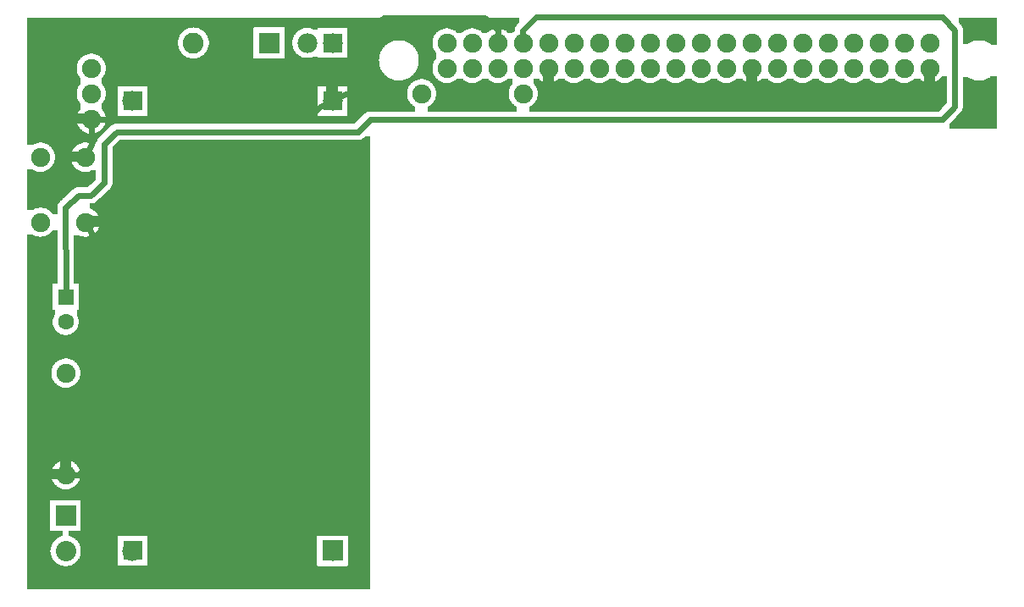
<source format=gtl>
G04 MADE WITH FRITZING*
G04 WWW.FRITZING.ORG*
G04 DOUBLE SIDED*
G04 HOLES PLATED*
G04 CONTOUR ON CENTER OF CONTOUR VECTOR*
%ASAXBY*%
%FSLAX23Y23*%
%MOIN*%
%OFA0B0*%
%SFA1.0B1.0*%
%ADD10C,0.075000*%
%ADD11C,0.074667*%
%ADD12C,0.074695*%
%ADD13C,0.062992*%
%ADD14C,0.082000*%
%ADD15C,0.078000*%
%ADD16C,0.080000*%
%ADD17R,0.062992X0.062992*%
%ADD18R,0.082000X0.082000*%
%ADD19R,0.078000X0.078000*%
%ADD20R,0.080000X0.080000*%
%ADD21C,0.024000*%
%LNCOPPER1*%
G90*
G70*
G54D10*
X3772Y1969D03*
X2098Y1972D03*
X120Y2190D03*
X423Y1744D03*
G54D11*
X1691Y2085D03*
X1791Y2085D03*
X1891Y2085D03*
X1991Y2085D03*
G54D12*
X2091Y2085D03*
G54D11*
X2191Y2085D03*
X2291Y2085D03*
X2391Y2085D03*
X2491Y2085D03*
G54D12*
X2591Y2085D03*
G54D11*
X2691Y2085D03*
G54D12*
X2791Y2085D03*
G54D11*
X2891Y2085D03*
X2991Y2085D03*
X3091Y2085D03*
X3191Y2085D03*
G54D12*
X3291Y2085D03*
G54D11*
X3391Y2085D03*
X3491Y2085D03*
X3591Y2085D03*
X3591Y2185D03*
X3491Y2185D03*
X3391Y2185D03*
G54D12*
X3291Y2185D03*
G54D11*
X3191Y2185D03*
X3091Y2185D03*
X2991Y2185D03*
X2891Y2185D03*
G54D12*
X2791Y2185D03*
G54D11*
X2691Y2185D03*
G54D12*
X2591Y2185D03*
G54D11*
X2491Y2185D03*
X2391Y2185D03*
X2291Y2185D03*
X2191Y2185D03*
G54D12*
X2091Y2185D03*
G54D11*
X1991Y2185D03*
X1891Y2185D03*
X1791Y2185D03*
X1691Y2185D03*
G54D10*
X291Y2085D03*
X291Y1985D03*
X291Y1885D03*
X1991Y1985D03*
X1591Y1985D03*
X91Y1479D03*
X91Y1735D03*
X268Y1479D03*
X268Y1735D03*
G54D13*
X191Y1185D03*
X191Y1086D03*
G54D10*
X191Y885D03*
X191Y485D03*
G54D14*
X991Y2185D03*
X693Y2185D03*
G54D15*
X1241Y2185D03*
X1141Y2185D03*
G54D16*
X191Y323D03*
X191Y185D03*
G54D15*
X453Y185D03*
X1241Y185D03*
X453Y1957D03*
X1241Y1957D03*
G54D17*
X191Y1185D03*
G54D18*
X992Y2185D03*
G54D19*
X1241Y2185D03*
G54D20*
X191Y323D03*
X1241Y186D03*
G54D19*
X454Y186D03*
X454Y1957D03*
X1241Y1957D03*
G54D21*
X3690Y2234D02*
X3641Y2286D01*
D02*
X3690Y1935D02*
X3690Y2234D01*
D02*
X3641Y1884D02*
X3690Y1935D01*
D02*
X3641Y2286D02*
X2042Y2286D01*
D02*
X2042Y2286D02*
X1990Y2234D01*
D02*
X1990Y2234D02*
X1990Y2217D01*
D02*
X242Y1585D02*
X290Y1585D01*
D02*
X290Y1585D02*
X342Y1634D01*
D02*
X342Y1786D02*
X391Y1835D01*
D02*
X1390Y1884D02*
X3641Y1884D01*
D02*
X342Y1634D02*
X342Y1786D01*
D02*
X1341Y1835D02*
X1390Y1884D01*
D02*
X190Y1536D02*
X242Y1585D01*
D02*
X191Y1212D02*
X190Y1536D01*
D02*
X391Y1835D02*
X1341Y1835D01*
D02*
X291Y1785D02*
X280Y1761D01*
D02*
X291Y1856D02*
X291Y1785D01*
D02*
X291Y537D02*
X291Y1437D01*
D02*
X291Y1437D02*
X282Y1454D01*
D02*
X239Y485D02*
X291Y537D01*
D02*
X219Y485D02*
X239Y485D01*
D02*
X1391Y2035D02*
X1341Y1985D01*
D02*
X1341Y1985D02*
X1291Y1985D01*
D02*
X1391Y2237D02*
X1391Y2035D01*
D02*
X1443Y2285D02*
X1391Y2237D01*
D02*
X1291Y1985D02*
X1267Y1971D01*
D02*
X1839Y2285D02*
X1443Y2285D01*
D02*
X1891Y2237D02*
X1839Y2285D01*
D02*
X1891Y2217D02*
X1891Y2237D01*
D02*
X1139Y1885D02*
X319Y1885D01*
D02*
X1191Y1933D02*
X1139Y1885D01*
D02*
X1214Y1944D02*
X1191Y1933D01*
G36*
X3706Y2283D02*
X3706Y2263D01*
X3708Y2263D01*
X3708Y2261D01*
X3710Y2261D01*
X3710Y2259D01*
X3712Y2259D01*
X3712Y2257D01*
X3714Y2257D01*
X3714Y2255D01*
X3716Y2255D01*
X3716Y2251D01*
X3718Y2251D01*
X3718Y2247D01*
X3720Y2247D01*
X3720Y2243D01*
X3722Y2243D01*
X3722Y2195D01*
X3800Y2195D01*
X3800Y2193D01*
X3808Y2193D01*
X3808Y2191D01*
X3814Y2191D01*
X3814Y2189D01*
X3818Y2189D01*
X3818Y2187D01*
X3822Y2187D01*
X3822Y2185D01*
X3826Y2185D01*
X3826Y2183D01*
X3830Y2183D01*
X3830Y2181D01*
X3832Y2181D01*
X3832Y2179D01*
X3834Y2179D01*
X3834Y2177D01*
X3854Y2177D01*
X3854Y2283D01*
X3706Y2283D01*
G37*
D02*
G36*
X3722Y2195D02*
X3722Y2181D01*
X3742Y2181D01*
X3742Y2183D01*
X3744Y2183D01*
X3744Y2185D01*
X3748Y2185D01*
X3748Y2187D01*
X3752Y2187D01*
X3752Y2189D01*
X3756Y2189D01*
X3756Y2191D01*
X3762Y2191D01*
X3762Y2193D01*
X3770Y2193D01*
X3770Y2195D01*
X3722Y2195D01*
G37*
D02*
G36*
X3834Y2055D02*
X3834Y2053D01*
X3830Y2053D01*
X3830Y2051D01*
X3828Y2051D01*
X3828Y2049D01*
X3824Y2049D01*
X3824Y2047D01*
X3820Y2047D01*
X3820Y2045D01*
X3816Y2045D01*
X3816Y2043D01*
X3812Y2043D01*
X3812Y2041D01*
X3804Y2041D01*
X3804Y2039D01*
X3794Y2039D01*
X3794Y2037D01*
X3854Y2037D01*
X3854Y2055D01*
X3834Y2055D01*
G37*
D02*
G36*
X3722Y2051D02*
X3722Y2037D01*
X3778Y2037D01*
X3778Y2039D01*
X3766Y2039D01*
X3766Y2041D01*
X3760Y2041D01*
X3760Y2043D01*
X3754Y2043D01*
X3754Y2045D01*
X3750Y2045D01*
X3750Y2047D01*
X3746Y2047D01*
X3746Y2049D01*
X3742Y2049D01*
X3742Y2051D01*
X3722Y2051D01*
G37*
D02*
G36*
X3722Y2037D02*
X3722Y2035D01*
X3854Y2035D01*
X3854Y2037D01*
X3722Y2037D01*
G37*
D02*
G36*
X3722Y2037D02*
X3722Y2035D01*
X3854Y2035D01*
X3854Y2037D01*
X3722Y2037D01*
G37*
D02*
G36*
X3722Y2035D02*
X3722Y1927D01*
X3720Y1927D01*
X3720Y1923D01*
X3718Y1923D01*
X3718Y1919D01*
X3716Y1919D01*
X3716Y1915D01*
X3714Y1915D01*
X3714Y1913D01*
X3712Y1913D01*
X3712Y1911D01*
X3710Y1911D01*
X3710Y1909D01*
X3708Y1909D01*
X3708Y1907D01*
X3706Y1907D01*
X3706Y1905D01*
X3704Y1905D01*
X3704Y1903D01*
X3702Y1903D01*
X3702Y1901D01*
X3700Y1901D01*
X3700Y1899D01*
X3698Y1899D01*
X3698Y1897D01*
X3696Y1897D01*
X3696Y1895D01*
X3694Y1895D01*
X3694Y1891D01*
X3692Y1891D01*
X3692Y1889D01*
X3690Y1889D01*
X3690Y1887D01*
X3688Y1887D01*
X3688Y1885D01*
X3686Y1885D01*
X3686Y1883D01*
X3684Y1883D01*
X3684Y1881D01*
X3682Y1881D01*
X3682Y1879D01*
X3680Y1879D01*
X3680Y1877D01*
X3678Y1877D01*
X3678Y1875D01*
X3676Y1875D01*
X3676Y1873D01*
X3674Y1873D01*
X3674Y1871D01*
X3672Y1871D01*
X3672Y1869D01*
X3670Y1869D01*
X3670Y1849D01*
X3854Y1849D01*
X3854Y2035D01*
X3722Y2035D01*
G37*
D02*
G36*
X3638Y2055D02*
X3638Y2051D01*
X3636Y2051D01*
X3636Y2049D01*
X3634Y2049D01*
X3634Y2047D01*
X3632Y2047D01*
X3632Y2045D01*
X3630Y2045D01*
X3630Y2043D01*
X3628Y2043D01*
X3628Y2041D01*
X3626Y2041D01*
X3626Y2039D01*
X3624Y2039D01*
X3624Y2037D01*
X3620Y2037D01*
X3620Y2035D01*
X3616Y2035D01*
X3616Y2033D01*
X3612Y2033D01*
X3612Y2031D01*
X3606Y2031D01*
X3606Y2029D01*
X3594Y2029D01*
X3594Y2027D01*
X3658Y2027D01*
X3658Y2055D01*
X3638Y2055D01*
G37*
D02*
G36*
X2130Y2045D02*
X2130Y2043D01*
X2128Y2043D01*
X2128Y2041D01*
X2126Y2041D01*
X2126Y2039D01*
X2124Y2039D01*
X2124Y2037D01*
X2120Y2037D01*
X2120Y2035D01*
X2116Y2035D01*
X2116Y2033D01*
X2112Y2033D01*
X2112Y2031D01*
X2106Y2031D01*
X2106Y2029D01*
X2094Y2029D01*
X2094Y2027D01*
X2188Y2027D01*
X2188Y2029D01*
X2176Y2029D01*
X2176Y2031D01*
X2170Y2031D01*
X2170Y2033D01*
X2164Y2033D01*
X2164Y2035D01*
X2162Y2035D01*
X2162Y2037D01*
X2158Y2037D01*
X2158Y2039D01*
X2156Y2039D01*
X2156Y2041D01*
X2154Y2041D01*
X2154Y2043D01*
X2150Y2043D01*
X2150Y2045D01*
X2130Y2045D01*
G37*
D02*
G36*
X2230Y2045D02*
X2230Y2043D01*
X2228Y2043D01*
X2228Y2041D01*
X2226Y2041D01*
X2226Y2039D01*
X2224Y2039D01*
X2224Y2037D01*
X2220Y2037D01*
X2220Y2035D01*
X2216Y2035D01*
X2216Y2033D01*
X2212Y2033D01*
X2212Y2031D01*
X2206Y2031D01*
X2206Y2029D01*
X2194Y2029D01*
X2194Y2027D01*
X2288Y2027D01*
X2288Y2029D01*
X2276Y2029D01*
X2276Y2031D01*
X2270Y2031D01*
X2270Y2033D01*
X2264Y2033D01*
X2264Y2035D01*
X2262Y2035D01*
X2262Y2037D01*
X2258Y2037D01*
X2258Y2039D01*
X2256Y2039D01*
X2256Y2041D01*
X2254Y2041D01*
X2254Y2043D01*
X2250Y2043D01*
X2250Y2045D01*
X2230Y2045D01*
G37*
D02*
G36*
X2330Y2045D02*
X2330Y2043D01*
X2328Y2043D01*
X2328Y2041D01*
X2326Y2041D01*
X2326Y2039D01*
X2324Y2039D01*
X2324Y2037D01*
X2320Y2037D01*
X2320Y2035D01*
X2316Y2035D01*
X2316Y2033D01*
X2312Y2033D01*
X2312Y2031D01*
X2306Y2031D01*
X2306Y2029D01*
X2294Y2029D01*
X2294Y2027D01*
X2388Y2027D01*
X2388Y2029D01*
X2376Y2029D01*
X2376Y2031D01*
X2370Y2031D01*
X2370Y2033D01*
X2364Y2033D01*
X2364Y2035D01*
X2362Y2035D01*
X2362Y2037D01*
X2358Y2037D01*
X2358Y2039D01*
X2356Y2039D01*
X2356Y2041D01*
X2354Y2041D01*
X2354Y2043D01*
X2350Y2043D01*
X2350Y2045D01*
X2330Y2045D01*
G37*
D02*
G36*
X2430Y2045D02*
X2430Y2043D01*
X2428Y2043D01*
X2428Y2041D01*
X2426Y2041D01*
X2426Y2039D01*
X2424Y2039D01*
X2424Y2037D01*
X2420Y2037D01*
X2420Y2035D01*
X2416Y2035D01*
X2416Y2033D01*
X2412Y2033D01*
X2412Y2031D01*
X2406Y2031D01*
X2406Y2029D01*
X2394Y2029D01*
X2394Y2027D01*
X2488Y2027D01*
X2488Y2029D01*
X2476Y2029D01*
X2476Y2031D01*
X2470Y2031D01*
X2470Y2033D01*
X2464Y2033D01*
X2464Y2035D01*
X2462Y2035D01*
X2462Y2037D01*
X2458Y2037D01*
X2458Y2039D01*
X2456Y2039D01*
X2456Y2041D01*
X2454Y2041D01*
X2454Y2043D01*
X2450Y2043D01*
X2450Y2045D01*
X2430Y2045D01*
G37*
D02*
G36*
X2530Y2045D02*
X2530Y2043D01*
X2528Y2043D01*
X2528Y2041D01*
X2526Y2041D01*
X2526Y2039D01*
X2524Y2039D01*
X2524Y2037D01*
X2520Y2037D01*
X2520Y2035D01*
X2516Y2035D01*
X2516Y2033D01*
X2512Y2033D01*
X2512Y2031D01*
X2506Y2031D01*
X2506Y2029D01*
X2494Y2029D01*
X2494Y2027D01*
X2586Y2027D01*
X2586Y2029D01*
X2576Y2029D01*
X2576Y2031D01*
X2570Y2031D01*
X2570Y2033D01*
X2564Y2033D01*
X2564Y2035D01*
X2562Y2035D01*
X2562Y2037D01*
X2558Y2037D01*
X2558Y2039D01*
X2556Y2039D01*
X2556Y2041D01*
X2554Y2041D01*
X2554Y2043D01*
X2550Y2043D01*
X2550Y2045D01*
X2530Y2045D01*
G37*
D02*
G36*
X2630Y2045D02*
X2630Y2043D01*
X2628Y2043D01*
X2628Y2041D01*
X2626Y2041D01*
X2626Y2039D01*
X2624Y2039D01*
X2624Y2037D01*
X2620Y2037D01*
X2620Y2035D01*
X2616Y2035D01*
X2616Y2033D01*
X2612Y2033D01*
X2612Y2031D01*
X2606Y2031D01*
X2606Y2029D01*
X2594Y2029D01*
X2594Y2027D01*
X2688Y2027D01*
X2688Y2029D01*
X2676Y2029D01*
X2676Y2031D01*
X2670Y2031D01*
X2670Y2033D01*
X2664Y2033D01*
X2664Y2035D01*
X2662Y2035D01*
X2662Y2037D01*
X2658Y2037D01*
X2658Y2039D01*
X2656Y2039D01*
X2656Y2041D01*
X2654Y2041D01*
X2654Y2043D01*
X2650Y2043D01*
X2650Y2045D01*
X2630Y2045D01*
G37*
D02*
G36*
X2730Y2045D02*
X2730Y2043D01*
X2728Y2043D01*
X2728Y2041D01*
X2726Y2041D01*
X2726Y2039D01*
X2724Y2039D01*
X2724Y2037D01*
X2720Y2037D01*
X2720Y2035D01*
X2716Y2035D01*
X2716Y2033D01*
X2712Y2033D01*
X2712Y2031D01*
X2706Y2031D01*
X2706Y2029D01*
X2694Y2029D01*
X2694Y2027D01*
X2786Y2027D01*
X2786Y2029D01*
X2776Y2029D01*
X2776Y2031D01*
X2770Y2031D01*
X2770Y2033D01*
X2764Y2033D01*
X2764Y2035D01*
X2762Y2035D01*
X2762Y2037D01*
X2758Y2037D01*
X2758Y2039D01*
X2756Y2039D01*
X2756Y2041D01*
X2754Y2041D01*
X2754Y2043D01*
X2750Y2043D01*
X2750Y2045D01*
X2730Y2045D01*
G37*
D02*
G36*
X2830Y2045D02*
X2830Y2043D01*
X2828Y2043D01*
X2828Y2041D01*
X2826Y2041D01*
X2826Y2039D01*
X2824Y2039D01*
X2824Y2037D01*
X2820Y2037D01*
X2820Y2035D01*
X2816Y2035D01*
X2816Y2033D01*
X2812Y2033D01*
X2812Y2031D01*
X2806Y2031D01*
X2806Y2029D01*
X2794Y2029D01*
X2794Y2027D01*
X2888Y2027D01*
X2888Y2029D01*
X2876Y2029D01*
X2876Y2031D01*
X2870Y2031D01*
X2870Y2033D01*
X2864Y2033D01*
X2864Y2035D01*
X2862Y2035D01*
X2862Y2037D01*
X2858Y2037D01*
X2858Y2039D01*
X2856Y2039D01*
X2856Y2041D01*
X2854Y2041D01*
X2854Y2043D01*
X2850Y2043D01*
X2850Y2045D01*
X2830Y2045D01*
G37*
D02*
G36*
X2930Y2045D02*
X2930Y2043D01*
X2928Y2043D01*
X2928Y2041D01*
X2926Y2041D01*
X2926Y2039D01*
X2924Y2039D01*
X2924Y2037D01*
X2920Y2037D01*
X2920Y2035D01*
X2916Y2035D01*
X2916Y2033D01*
X2912Y2033D01*
X2912Y2031D01*
X2906Y2031D01*
X2906Y2029D01*
X2894Y2029D01*
X2894Y2027D01*
X2988Y2027D01*
X2988Y2029D01*
X2976Y2029D01*
X2976Y2031D01*
X2970Y2031D01*
X2970Y2033D01*
X2964Y2033D01*
X2964Y2035D01*
X2962Y2035D01*
X2962Y2037D01*
X2958Y2037D01*
X2958Y2039D01*
X2956Y2039D01*
X2956Y2041D01*
X2954Y2041D01*
X2954Y2043D01*
X2950Y2043D01*
X2950Y2045D01*
X2930Y2045D01*
G37*
D02*
G36*
X3030Y2045D02*
X3030Y2043D01*
X3028Y2043D01*
X3028Y2041D01*
X3026Y2041D01*
X3026Y2039D01*
X3024Y2039D01*
X3024Y2037D01*
X3020Y2037D01*
X3020Y2035D01*
X3016Y2035D01*
X3016Y2033D01*
X3012Y2033D01*
X3012Y2031D01*
X3006Y2031D01*
X3006Y2029D01*
X2994Y2029D01*
X2994Y2027D01*
X3088Y2027D01*
X3088Y2029D01*
X3076Y2029D01*
X3076Y2031D01*
X3070Y2031D01*
X3070Y2033D01*
X3066Y2033D01*
X3066Y2035D01*
X3062Y2035D01*
X3062Y2037D01*
X3058Y2037D01*
X3058Y2039D01*
X3056Y2039D01*
X3056Y2041D01*
X3054Y2041D01*
X3054Y2043D01*
X3050Y2043D01*
X3050Y2045D01*
X3030Y2045D01*
G37*
D02*
G36*
X3130Y2045D02*
X3130Y2043D01*
X3128Y2043D01*
X3128Y2041D01*
X3126Y2041D01*
X3126Y2039D01*
X3124Y2039D01*
X3124Y2037D01*
X3120Y2037D01*
X3120Y2035D01*
X3116Y2035D01*
X3116Y2033D01*
X3112Y2033D01*
X3112Y2031D01*
X3106Y2031D01*
X3106Y2029D01*
X3094Y2029D01*
X3094Y2027D01*
X3188Y2027D01*
X3188Y2029D01*
X3176Y2029D01*
X3176Y2031D01*
X3170Y2031D01*
X3170Y2033D01*
X3164Y2033D01*
X3164Y2035D01*
X3162Y2035D01*
X3162Y2037D01*
X3158Y2037D01*
X3158Y2039D01*
X3156Y2039D01*
X3156Y2041D01*
X3154Y2041D01*
X3154Y2043D01*
X3150Y2043D01*
X3150Y2045D01*
X3130Y2045D01*
G37*
D02*
G36*
X3230Y2045D02*
X3230Y2043D01*
X3228Y2043D01*
X3228Y2041D01*
X3226Y2041D01*
X3226Y2039D01*
X3224Y2039D01*
X3224Y2037D01*
X3220Y2037D01*
X3220Y2035D01*
X3216Y2035D01*
X3216Y2033D01*
X3212Y2033D01*
X3212Y2031D01*
X3206Y2031D01*
X3206Y2029D01*
X3194Y2029D01*
X3194Y2027D01*
X3286Y2027D01*
X3286Y2029D01*
X3276Y2029D01*
X3276Y2031D01*
X3270Y2031D01*
X3270Y2033D01*
X3264Y2033D01*
X3264Y2035D01*
X3262Y2035D01*
X3262Y2037D01*
X3258Y2037D01*
X3258Y2039D01*
X3256Y2039D01*
X3256Y2041D01*
X3254Y2041D01*
X3254Y2043D01*
X3250Y2043D01*
X3250Y2045D01*
X3230Y2045D01*
G37*
D02*
G36*
X3330Y2045D02*
X3330Y2043D01*
X3328Y2043D01*
X3328Y2041D01*
X3326Y2041D01*
X3326Y2039D01*
X3324Y2039D01*
X3324Y2037D01*
X3320Y2037D01*
X3320Y2035D01*
X3316Y2035D01*
X3316Y2033D01*
X3312Y2033D01*
X3312Y2031D01*
X3306Y2031D01*
X3306Y2029D01*
X3294Y2029D01*
X3294Y2027D01*
X3388Y2027D01*
X3388Y2029D01*
X3376Y2029D01*
X3376Y2031D01*
X3370Y2031D01*
X3370Y2033D01*
X3364Y2033D01*
X3364Y2035D01*
X3362Y2035D01*
X3362Y2037D01*
X3358Y2037D01*
X3358Y2039D01*
X3356Y2039D01*
X3356Y2041D01*
X3354Y2041D01*
X3354Y2043D01*
X3350Y2043D01*
X3350Y2045D01*
X3330Y2045D01*
G37*
D02*
G36*
X3430Y2045D02*
X3430Y2043D01*
X3428Y2043D01*
X3428Y2041D01*
X3426Y2041D01*
X3426Y2039D01*
X3424Y2039D01*
X3424Y2037D01*
X3420Y2037D01*
X3420Y2035D01*
X3416Y2035D01*
X3416Y2033D01*
X3412Y2033D01*
X3412Y2031D01*
X3406Y2031D01*
X3406Y2029D01*
X3394Y2029D01*
X3394Y2027D01*
X3488Y2027D01*
X3488Y2029D01*
X3476Y2029D01*
X3476Y2031D01*
X3470Y2031D01*
X3470Y2033D01*
X3464Y2033D01*
X3464Y2035D01*
X3462Y2035D01*
X3462Y2037D01*
X3458Y2037D01*
X3458Y2039D01*
X3456Y2039D01*
X3456Y2041D01*
X3454Y2041D01*
X3454Y2043D01*
X3450Y2043D01*
X3450Y2045D01*
X3430Y2045D01*
G37*
D02*
G36*
X3530Y2045D02*
X3530Y2043D01*
X3528Y2043D01*
X3528Y2041D01*
X3526Y2041D01*
X3526Y2039D01*
X3524Y2039D01*
X3524Y2037D01*
X3520Y2037D01*
X3520Y2035D01*
X3516Y2035D01*
X3516Y2033D01*
X3512Y2033D01*
X3512Y2031D01*
X3506Y2031D01*
X3506Y2029D01*
X3494Y2029D01*
X3494Y2027D01*
X3588Y2027D01*
X3588Y2029D01*
X3576Y2029D01*
X3576Y2031D01*
X3570Y2031D01*
X3570Y2033D01*
X3566Y2033D01*
X3566Y2035D01*
X3562Y2035D01*
X3562Y2037D01*
X3558Y2037D01*
X3558Y2039D01*
X3556Y2039D01*
X3556Y2041D01*
X3554Y2041D01*
X3554Y2043D01*
X3550Y2043D01*
X3550Y2045D01*
X3530Y2045D01*
G37*
D02*
G36*
X2032Y2043D02*
X2032Y2027D01*
X2086Y2027D01*
X2086Y2029D01*
X2076Y2029D01*
X2076Y2031D01*
X2070Y2031D01*
X2070Y2033D01*
X2064Y2033D01*
X2064Y2035D01*
X2062Y2035D01*
X2062Y2037D01*
X2058Y2037D01*
X2058Y2039D01*
X2056Y2039D01*
X2056Y2041D01*
X2054Y2041D01*
X2054Y2043D01*
X2032Y2043D01*
G37*
D02*
G36*
X2032Y2027D02*
X2032Y2025D01*
X3658Y2025D01*
X3658Y2027D01*
X2032Y2027D01*
G37*
D02*
G36*
X2032Y2027D02*
X2032Y2025D01*
X3658Y2025D01*
X3658Y2027D01*
X2032Y2027D01*
G37*
D02*
G36*
X2032Y2027D02*
X2032Y2025D01*
X3658Y2025D01*
X3658Y2027D01*
X2032Y2027D01*
G37*
D02*
G36*
X2032Y2027D02*
X2032Y2025D01*
X3658Y2025D01*
X3658Y2027D01*
X2032Y2027D01*
G37*
D02*
G36*
X2032Y2027D02*
X2032Y2025D01*
X3658Y2025D01*
X3658Y2027D01*
X2032Y2027D01*
G37*
D02*
G36*
X2032Y2027D02*
X2032Y2025D01*
X3658Y2025D01*
X3658Y2027D01*
X2032Y2027D01*
G37*
D02*
G36*
X2032Y2027D02*
X2032Y2025D01*
X3658Y2025D01*
X3658Y2027D01*
X2032Y2027D01*
G37*
D02*
G36*
X2032Y2027D02*
X2032Y2025D01*
X3658Y2025D01*
X3658Y2027D01*
X2032Y2027D01*
G37*
D02*
G36*
X2032Y2027D02*
X2032Y2025D01*
X3658Y2025D01*
X3658Y2027D01*
X2032Y2027D01*
G37*
D02*
G36*
X2032Y2027D02*
X2032Y2025D01*
X3658Y2025D01*
X3658Y2027D01*
X2032Y2027D01*
G37*
D02*
G36*
X2032Y2027D02*
X2032Y2025D01*
X3658Y2025D01*
X3658Y2027D01*
X2032Y2027D01*
G37*
D02*
G36*
X2032Y2027D02*
X2032Y2025D01*
X3658Y2025D01*
X3658Y2027D01*
X2032Y2027D01*
G37*
D02*
G36*
X2032Y2027D02*
X2032Y2025D01*
X3658Y2025D01*
X3658Y2027D01*
X2032Y2027D01*
G37*
D02*
G36*
X2032Y2027D02*
X2032Y2025D01*
X3658Y2025D01*
X3658Y2027D01*
X2032Y2027D01*
G37*
D02*
G36*
X2032Y2027D02*
X2032Y2025D01*
X3658Y2025D01*
X3658Y2027D01*
X2032Y2027D01*
G37*
D02*
G36*
X2032Y2027D02*
X2032Y2025D01*
X3658Y2025D01*
X3658Y2027D01*
X2032Y2027D01*
G37*
D02*
G36*
X2032Y2027D02*
X2032Y2025D01*
X3658Y2025D01*
X3658Y2027D01*
X2032Y2027D01*
G37*
D02*
G36*
X2032Y2025D02*
X2032Y2023D01*
X2034Y2023D01*
X2034Y2021D01*
X2036Y2021D01*
X2036Y2019D01*
X2038Y2019D01*
X2038Y2017D01*
X2040Y2017D01*
X2040Y2013D01*
X2042Y2013D01*
X2042Y2009D01*
X2044Y2009D01*
X2044Y2003D01*
X2046Y2003D01*
X2046Y1997D01*
X2048Y1997D01*
X2048Y1973D01*
X2046Y1973D01*
X2046Y1967D01*
X2044Y1967D01*
X2044Y1961D01*
X2042Y1961D01*
X2042Y1957D01*
X2040Y1957D01*
X2040Y1955D01*
X2038Y1955D01*
X2038Y1951D01*
X2036Y1951D01*
X2036Y1949D01*
X2034Y1949D01*
X2034Y1947D01*
X2032Y1947D01*
X2032Y1945D01*
X2030Y1945D01*
X2030Y1943D01*
X2028Y1943D01*
X2028Y1941D01*
X2026Y1941D01*
X2026Y1939D01*
X2024Y1939D01*
X2024Y1937D01*
X2020Y1937D01*
X2020Y1935D01*
X2016Y1935D01*
X2016Y1915D01*
X3628Y1915D01*
X3628Y1917D01*
X3630Y1917D01*
X3630Y1919D01*
X3632Y1919D01*
X3632Y1921D01*
X3634Y1921D01*
X3634Y1923D01*
X3636Y1923D01*
X3636Y1925D01*
X3638Y1925D01*
X3638Y1929D01*
X3640Y1929D01*
X3640Y1931D01*
X3642Y1931D01*
X3642Y1933D01*
X3644Y1933D01*
X3644Y1935D01*
X3646Y1935D01*
X3646Y1937D01*
X3648Y1937D01*
X3648Y1939D01*
X3650Y1939D01*
X3650Y1941D01*
X3652Y1941D01*
X3652Y1943D01*
X3654Y1943D01*
X3654Y1945D01*
X3656Y1945D01*
X3656Y1947D01*
X3658Y1947D01*
X3658Y2025D01*
X2032Y2025D01*
G37*
D02*
G36*
X40Y2283D02*
X40Y2247D01*
X1052Y2247D01*
X1052Y2245D01*
X1298Y2245D01*
X1298Y2243D01*
X1896Y2243D01*
X1896Y2241D01*
X1906Y2241D01*
X1906Y2239D01*
X1912Y2239D01*
X1912Y2237D01*
X1916Y2237D01*
X1916Y2235D01*
X1920Y2235D01*
X1920Y2233D01*
X1924Y2233D01*
X1924Y2231D01*
X1926Y2231D01*
X1926Y2229D01*
X1928Y2229D01*
X1928Y2227D01*
X1930Y2227D01*
X1930Y2225D01*
X1950Y2225D01*
X1950Y2227D01*
X1954Y2227D01*
X1954Y2229D01*
X1956Y2229D01*
X1956Y2231D01*
X1958Y2231D01*
X1958Y2241D01*
X1960Y2241D01*
X1960Y2247D01*
X1962Y2247D01*
X1962Y2251D01*
X1964Y2251D01*
X1964Y2253D01*
X1966Y2253D01*
X1966Y2257D01*
X1968Y2257D01*
X1968Y2259D01*
X1970Y2259D01*
X1970Y2261D01*
X1972Y2261D01*
X1972Y2263D01*
X1974Y2263D01*
X1974Y2283D01*
X40Y2283D01*
G37*
D02*
G36*
X40Y2247D02*
X40Y2143D01*
X298Y2143D01*
X298Y2141D01*
X308Y2141D01*
X308Y2139D01*
X314Y2139D01*
X314Y2137D01*
X318Y2137D01*
X318Y2135D01*
X320Y2135D01*
X320Y2133D01*
X324Y2133D01*
X324Y2131D01*
X326Y2131D01*
X326Y2129D01*
X328Y2129D01*
X328Y2127D01*
X332Y2127D01*
X332Y2125D01*
X678Y2125D01*
X678Y2127D01*
X672Y2127D01*
X672Y2129D01*
X666Y2129D01*
X666Y2131D01*
X662Y2131D01*
X662Y2133D01*
X660Y2133D01*
X660Y2135D01*
X656Y2135D01*
X656Y2137D01*
X654Y2137D01*
X654Y2139D01*
X652Y2139D01*
X652Y2141D01*
X650Y2141D01*
X650Y2143D01*
X648Y2143D01*
X648Y2145D01*
X646Y2145D01*
X646Y2147D01*
X644Y2147D01*
X644Y2151D01*
X642Y2151D01*
X642Y2153D01*
X640Y2153D01*
X640Y2157D01*
X638Y2157D01*
X638Y2161D01*
X636Y2161D01*
X636Y2165D01*
X634Y2165D01*
X634Y2173D01*
X632Y2173D01*
X632Y2197D01*
X634Y2197D01*
X634Y2205D01*
X636Y2205D01*
X636Y2209D01*
X638Y2209D01*
X638Y2213D01*
X640Y2213D01*
X640Y2217D01*
X642Y2217D01*
X642Y2221D01*
X644Y2221D01*
X644Y2223D01*
X646Y2223D01*
X646Y2225D01*
X648Y2225D01*
X648Y2227D01*
X650Y2227D01*
X650Y2229D01*
X652Y2229D01*
X652Y2231D01*
X654Y2231D01*
X654Y2233D01*
X656Y2233D01*
X656Y2235D01*
X660Y2235D01*
X660Y2237D01*
X662Y2237D01*
X662Y2239D01*
X666Y2239D01*
X666Y2241D01*
X672Y2241D01*
X672Y2243D01*
X678Y2243D01*
X678Y2245D01*
X692Y2245D01*
X692Y2247D01*
X40Y2247D01*
G37*
D02*
G36*
X694Y2247D02*
X694Y2245D01*
X708Y2245D01*
X708Y2243D01*
X714Y2243D01*
X714Y2241D01*
X720Y2241D01*
X720Y2239D01*
X722Y2239D01*
X722Y2237D01*
X726Y2237D01*
X726Y2235D01*
X728Y2235D01*
X728Y2233D01*
X732Y2233D01*
X732Y2231D01*
X734Y2231D01*
X734Y2229D01*
X736Y2229D01*
X736Y2227D01*
X738Y2227D01*
X738Y2225D01*
X740Y2225D01*
X740Y2223D01*
X742Y2223D01*
X742Y2219D01*
X744Y2219D01*
X744Y2217D01*
X746Y2217D01*
X746Y2213D01*
X748Y2213D01*
X748Y2209D01*
X750Y2209D01*
X750Y2203D01*
X752Y2203D01*
X752Y2193D01*
X754Y2193D01*
X754Y2177D01*
X752Y2177D01*
X752Y2167D01*
X750Y2167D01*
X750Y2161D01*
X748Y2161D01*
X748Y2157D01*
X746Y2157D01*
X746Y2153D01*
X744Y2153D01*
X744Y2151D01*
X742Y2151D01*
X742Y2149D01*
X740Y2149D01*
X740Y2145D01*
X738Y2145D01*
X738Y2143D01*
X736Y2143D01*
X736Y2141D01*
X734Y2141D01*
X734Y2139D01*
X732Y2139D01*
X732Y2137D01*
X728Y2137D01*
X728Y2135D01*
X726Y2135D01*
X726Y2133D01*
X722Y2133D01*
X722Y2131D01*
X718Y2131D01*
X718Y2129D01*
X714Y2129D01*
X714Y2127D01*
X708Y2127D01*
X708Y2125D01*
X930Y2125D01*
X930Y2245D01*
X932Y2245D01*
X932Y2247D01*
X694Y2247D01*
G37*
D02*
G36*
X1052Y2245D02*
X1052Y2127D01*
X1126Y2127D01*
X1126Y2129D01*
X1120Y2129D01*
X1120Y2131D01*
X1116Y2131D01*
X1116Y2133D01*
X1112Y2133D01*
X1112Y2135D01*
X1108Y2135D01*
X1108Y2137D01*
X1106Y2137D01*
X1106Y2139D01*
X1104Y2139D01*
X1104Y2141D01*
X1100Y2141D01*
X1100Y2143D01*
X1098Y2143D01*
X1098Y2145D01*
X1096Y2145D01*
X1096Y2149D01*
X1094Y2149D01*
X1094Y2151D01*
X1092Y2151D01*
X1092Y2153D01*
X1090Y2153D01*
X1090Y2157D01*
X1088Y2157D01*
X1088Y2161D01*
X1086Y2161D01*
X1086Y2167D01*
X1084Y2167D01*
X1084Y2173D01*
X1082Y2173D01*
X1082Y2197D01*
X1084Y2197D01*
X1084Y2205D01*
X1086Y2205D01*
X1086Y2209D01*
X1088Y2209D01*
X1088Y2213D01*
X1090Y2213D01*
X1090Y2217D01*
X1092Y2217D01*
X1092Y2219D01*
X1094Y2219D01*
X1094Y2221D01*
X1096Y2221D01*
X1096Y2225D01*
X1098Y2225D01*
X1098Y2227D01*
X1100Y2227D01*
X1100Y2229D01*
X1102Y2229D01*
X1102Y2231D01*
X1106Y2231D01*
X1106Y2233D01*
X1108Y2233D01*
X1108Y2235D01*
X1112Y2235D01*
X1112Y2237D01*
X1114Y2237D01*
X1114Y2239D01*
X1120Y2239D01*
X1120Y2241D01*
X1126Y2241D01*
X1126Y2243D01*
X1140Y2243D01*
X1140Y2245D01*
X1052Y2245D01*
G37*
D02*
G36*
X1142Y2245D02*
X1142Y2243D01*
X1156Y2243D01*
X1156Y2241D01*
X1162Y2241D01*
X1162Y2239D01*
X1182Y2239D01*
X1182Y2245D01*
X1142Y2245D01*
G37*
D02*
G36*
X1300Y2243D02*
X1300Y2195D01*
X1518Y2195D01*
X1518Y2193D01*
X1526Y2193D01*
X1526Y2191D01*
X1532Y2191D01*
X1532Y2189D01*
X1536Y2189D01*
X1536Y2187D01*
X1540Y2187D01*
X1540Y2185D01*
X1542Y2185D01*
X1542Y2183D01*
X1546Y2183D01*
X1546Y2181D01*
X1548Y2181D01*
X1548Y2179D01*
X1552Y2179D01*
X1552Y2177D01*
X1554Y2177D01*
X1554Y2175D01*
X1556Y2175D01*
X1556Y2173D01*
X1558Y2173D01*
X1558Y2171D01*
X1560Y2171D01*
X1560Y2169D01*
X1562Y2169D01*
X1562Y2167D01*
X1564Y2167D01*
X1564Y2163D01*
X1566Y2163D01*
X1566Y2161D01*
X1568Y2161D01*
X1568Y2159D01*
X1570Y2159D01*
X1570Y2155D01*
X1572Y2155D01*
X1572Y2151D01*
X1574Y2151D01*
X1574Y2147D01*
X1576Y2147D01*
X1576Y2141D01*
X1578Y2141D01*
X1578Y2133D01*
X1580Y2133D01*
X1580Y2099D01*
X1578Y2099D01*
X1578Y2093D01*
X1576Y2093D01*
X1576Y2087D01*
X1574Y2087D01*
X1574Y2083D01*
X1572Y2083D01*
X1572Y2079D01*
X1570Y2079D01*
X1570Y2075D01*
X1568Y2075D01*
X1568Y2071D01*
X1566Y2071D01*
X1566Y2069D01*
X1564Y2069D01*
X1564Y2067D01*
X1562Y2067D01*
X1562Y2065D01*
X1560Y2065D01*
X1560Y2063D01*
X1558Y2063D01*
X1558Y2059D01*
X1554Y2059D01*
X1554Y2057D01*
X1552Y2057D01*
X1552Y2055D01*
X1550Y2055D01*
X1550Y2053D01*
X1548Y2053D01*
X1548Y2051D01*
X1544Y2051D01*
X1544Y2049D01*
X1540Y2049D01*
X1540Y2047D01*
X1538Y2047D01*
X1538Y2045D01*
X1534Y2045D01*
X1534Y2043D01*
X1598Y2043D01*
X1598Y2041D01*
X1608Y2041D01*
X1608Y2039D01*
X1614Y2039D01*
X1614Y2037D01*
X1618Y2037D01*
X1618Y2035D01*
X1620Y2035D01*
X1620Y2033D01*
X1624Y2033D01*
X1624Y2031D01*
X1626Y2031D01*
X1626Y2029D01*
X1628Y2029D01*
X1628Y2027D01*
X1688Y2027D01*
X1688Y2029D01*
X1676Y2029D01*
X1676Y2031D01*
X1670Y2031D01*
X1670Y2033D01*
X1664Y2033D01*
X1664Y2035D01*
X1662Y2035D01*
X1662Y2037D01*
X1658Y2037D01*
X1658Y2039D01*
X1656Y2039D01*
X1656Y2041D01*
X1654Y2041D01*
X1654Y2043D01*
X1650Y2043D01*
X1650Y2047D01*
X1648Y2047D01*
X1648Y2049D01*
X1646Y2049D01*
X1646Y2051D01*
X1644Y2051D01*
X1644Y2053D01*
X1642Y2053D01*
X1642Y2057D01*
X1640Y2057D01*
X1640Y2061D01*
X1638Y2061D01*
X1638Y2065D01*
X1636Y2065D01*
X1636Y2073D01*
X1634Y2073D01*
X1634Y2097D01*
X1636Y2097D01*
X1636Y2105D01*
X1638Y2105D01*
X1638Y2109D01*
X1640Y2109D01*
X1640Y2113D01*
X1642Y2113D01*
X1642Y2117D01*
X1644Y2117D01*
X1644Y2119D01*
X1646Y2119D01*
X1646Y2121D01*
X1648Y2121D01*
X1648Y2125D01*
X1650Y2125D01*
X1650Y2147D01*
X1648Y2147D01*
X1648Y2149D01*
X1646Y2149D01*
X1646Y2151D01*
X1644Y2151D01*
X1644Y2153D01*
X1642Y2153D01*
X1642Y2157D01*
X1640Y2157D01*
X1640Y2161D01*
X1638Y2161D01*
X1638Y2165D01*
X1636Y2165D01*
X1636Y2173D01*
X1634Y2173D01*
X1634Y2197D01*
X1636Y2197D01*
X1636Y2205D01*
X1638Y2205D01*
X1638Y2209D01*
X1640Y2209D01*
X1640Y2213D01*
X1642Y2213D01*
X1642Y2217D01*
X1644Y2217D01*
X1644Y2219D01*
X1646Y2219D01*
X1646Y2221D01*
X1648Y2221D01*
X1648Y2225D01*
X1650Y2225D01*
X1650Y2227D01*
X1654Y2227D01*
X1654Y2229D01*
X1656Y2229D01*
X1656Y2231D01*
X1658Y2231D01*
X1658Y2233D01*
X1662Y2233D01*
X1662Y2235D01*
X1664Y2235D01*
X1664Y2237D01*
X1668Y2237D01*
X1668Y2239D01*
X1674Y2239D01*
X1674Y2241D01*
X1684Y2241D01*
X1684Y2243D01*
X1300Y2243D01*
G37*
D02*
G36*
X1696Y2243D02*
X1696Y2241D01*
X1706Y2241D01*
X1706Y2239D01*
X1712Y2239D01*
X1712Y2237D01*
X1716Y2237D01*
X1716Y2235D01*
X1720Y2235D01*
X1720Y2233D01*
X1724Y2233D01*
X1724Y2231D01*
X1726Y2231D01*
X1726Y2229D01*
X1728Y2229D01*
X1728Y2227D01*
X1730Y2227D01*
X1730Y2225D01*
X1750Y2225D01*
X1750Y2227D01*
X1754Y2227D01*
X1754Y2229D01*
X1756Y2229D01*
X1756Y2231D01*
X1758Y2231D01*
X1758Y2233D01*
X1762Y2233D01*
X1762Y2235D01*
X1764Y2235D01*
X1764Y2237D01*
X1768Y2237D01*
X1768Y2239D01*
X1774Y2239D01*
X1774Y2241D01*
X1784Y2241D01*
X1784Y2243D01*
X1696Y2243D01*
G37*
D02*
G36*
X1796Y2243D02*
X1796Y2241D01*
X1806Y2241D01*
X1806Y2239D01*
X1812Y2239D01*
X1812Y2237D01*
X1816Y2237D01*
X1816Y2235D01*
X1820Y2235D01*
X1820Y2233D01*
X1824Y2233D01*
X1824Y2231D01*
X1826Y2231D01*
X1826Y2229D01*
X1828Y2229D01*
X1828Y2227D01*
X1830Y2227D01*
X1830Y2225D01*
X1850Y2225D01*
X1850Y2227D01*
X1854Y2227D01*
X1854Y2229D01*
X1856Y2229D01*
X1856Y2231D01*
X1858Y2231D01*
X1858Y2233D01*
X1862Y2233D01*
X1862Y2235D01*
X1864Y2235D01*
X1864Y2237D01*
X1868Y2237D01*
X1868Y2239D01*
X1874Y2239D01*
X1874Y2241D01*
X1884Y2241D01*
X1884Y2243D01*
X1796Y2243D01*
G37*
D02*
G36*
X1300Y2195D02*
X1300Y2127D01*
X1424Y2127D01*
X1424Y2135D01*
X1426Y2135D01*
X1426Y2141D01*
X1428Y2141D01*
X1428Y2147D01*
X1430Y2147D01*
X1430Y2151D01*
X1432Y2151D01*
X1432Y2155D01*
X1434Y2155D01*
X1434Y2159D01*
X1436Y2159D01*
X1436Y2161D01*
X1438Y2161D01*
X1438Y2165D01*
X1440Y2165D01*
X1440Y2167D01*
X1442Y2167D01*
X1442Y2169D01*
X1444Y2169D01*
X1444Y2171D01*
X1446Y2171D01*
X1446Y2173D01*
X1448Y2173D01*
X1448Y2175D01*
X1450Y2175D01*
X1450Y2177D01*
X1452Y2177D01*
X1452Y2179D01*
X1454Y2179D01*
X1454Y2181D01*
X1458Y2181D01*
X1458Y2183D01*
X1460Y2183D01*
X1460Y2185D01*
X1464Y2185D01*
X1464Y2187D01*
X1468Y2187D01*
X1468Y2189D01*
X1472Y2189D01*
X1472Y2191D01*
X1478Y2191D01*
X1478Y2193D01*
X1486Y2193D01*
X1486Y2195D01*
X1300Y2195D01*
G37*
D02*
G36*
X40Y2143D02*
X40Y1827D01*
X284Y1827D01*
X284Y1829D01*
X274Y1829D01*
X274Y1831D01*
X268Y1831D01*
X268Y1833D01*
X264Y1833D01*
X264Y1835D01*
X262Y1835D01*
X262Y1837D01*
X258Y1837D01*
X258Y1839D01*
X256Y1839D01*
X256Y1841D01*
X254Y1841D01*
X254Y1843D01*
X250Y1843D01*
X250Y1845D01*
X248Y1845D01*
X248Y1849D01*
X246Y1849D01*
X246Y1851D01*
X244Y1851D01*
X244Y1853D01*
X242Y1853D01*
X242Y1857D01*
X240Y1857D01*
X240Y1861D01*
X238Y1861D01*
X238Y1865D01*
X236Y1865D01*
X236Y1871D01*
X234Y1871D01*
X234Y1899D01*
X236Y1899D01*
X236Y1905D01*
X238Y1905D01*
X238Y1909D01*
X240Y1909D01*
X240Y1913D01*
X242Y1913D01*
X242Y1917D01*
X244Y1917D01*
X244Y1919D01*
X246Y1919D01*
X246Y1921D01*
X248Y1921D01*
X248Y1925D01*
X250Y1925D01*
X250Y1945D01*
X248Y1945D01*
X248Y1949D01*
X246Y1949D01*
X246Y1951D01*
X244Y1951D01*
X244Y1953D01*
X242Y1953D01*
X242Y1957D01*
X240Y1957D01*
X240Y1961D01*
X238Y1961D01*
X238Y1965D01*
X236Y1965D01*
X236Y1971D01*
X234Y1971D01*
X234Y1999D01*
X236Y1999D01*
X236Y2005D01*
X238Y2005D01*
X238Y2009D01*
X240Y2009D01*
X240Y2013D01*
X242Y2013D01*
X242Y2017D01*
X244Y2017D01*
X244Y2019D01*
X246Y2019D01*
X246Y2021D01*
X248Y2021D01*
X248Y2025D01*
X250Y2025D01*
X250Y2045D01*
X248Y2045D01*
X248Y2049D01*
X246Y2049D01*
X246Y2051D01*
X244Y2051D01*
X244Y2053D01*
X242Y2053D01*
X242Y2057D01*
X240Y2057D01*
X240Y2061D01*
X238Y2061D01*
X238Y2065D01*
X236Y2065D01*
X236Y2071D01*
X234Y2071D01*
X234Y2099D01*
X236Y2099D01*
X236Y2105D01*
X238Y2105D01*
X238Y2109D01*
X240Y2109D01*
X240Y2113D01*
X242Y2113D01*
X242Y2117D01*
X244Y2117D01*
X244Y2119D01*
X246Y2119D01*
X246Y2121D01*
X248Y2121D01*
X248Y2125D01*
X250Y2125D01*
X250Y2127D01*
X252Y2127D01*
X252Y2129D01*
X256Y2129D01*
X256Y2131D01*
X258Y2131D01*
X258Y2133D01*
X260Y2133D01*
X260Y2135D01*
X264Y2135D01*
X264Y2137D01*
X268Y2137D01*
X268Y2139D01*
X274Y2139D01*
X274Y2141D01*
X284Y2141D01*
X284Y2143D01*
X40Y2143D01*
G37*
D02*
G36*
X1162Y2131D02*
X1162Y2129D01*
X1154Y2129D01*
X1154Y2127D01*
X1182Y2127D01*
X1182Y2131D01*
X1162Y2131D01*
G37*
D02*
G36*
X1052Y2127D02*
X1052Y2125D01*
X1424Y2125D01*
X1424Y2127D01*
X1052Y2127D01*
G37*
D02*
G36*
X1052Y2127D02*
X1052Y2125D01*
X1424Y2125D01*
X1424Y2127D01*
X1052Y2127D01*
G37*
D02*
G36*
X1052Y2127D02*
X1052Y2125D01*
X1424Y2125D01*
X1424Y2127D01*
X1052Y2127D01*
G37*
D02*
G36*
X332Y2125D02*
X332Y2123D01*
X1424Y2123D01*
X1424Y2125D01*
X332Y2125D01*
G37*
D02*
G36*
X332Y2125D02*
X332Y2123D01*
X1424Y2123D01*
X1424Y2125D01*
X332Y2125D01*
G37*
D02*
G36*
X332Y2125D02*
X332Y2123D01*
X1424Y2123D01*
X1424Y2125D01*
X332Y2125D01*
G37*
D02*
G36*
X334Y2123D02*
X334Y2121D01*
X336Y2121D01*
X336Y2119D01*
X338Y2119D01*
X338Y2117D01*
X340Y2117D01*
X340Y2113D01*
X342Y2113D01*
X342Y2109D01*
X344Y2109D01*
X344Y2103D01*
X346Y2103D01*
X346Y2097D01*
X348Y2097D01*
X348Y2073D01*
X346Y2073D01*
X346Y2067D01*
X344Y2067D01*
X344Y2061D01*
X342Y2061D01*
X342Y2057D01*
X340Y2057D01*
X340Y2055D01*
X338Y2055D01*
X338Y2051D01*
X336Y2051D01*
X336Y2049D01*
X334Y2049D01*
X334Y2047D01*
X332Y2047D01*
X332Y2037D01*
X1494Y2037D01*
X1494Y2039D01*
X1482Y2039D01*
X1482Y2041D01*
X1476Y2041D01*
X1476Y2043D01*
X1470Y2043D01*
X1470Y2045D01*
X1466Y2045D01*
X1466Y2047D01*
X1462Y2047D01*
X1462Y2049D01*
X1460Y2049D01*
X1460Y2051D01*
X1456Y2051D01*
X1456Y2053D01*
X1454Y2053D01*
X1454Y2055D01*
X1452Y2055D01*
X1452Y2057D01*
X1448Y2057D01*
X1448Y2059D01*
X1446Y2059D01*
X1446Y2061D01*
X1444Y2061D01*
X1444Y2063D01*
X1442Y2063D01*
X1442Y2067D01*
X1440Y2067D01*
X1440Y2069D01*
X1438Y2069D01*
X1438Y2071D01*
X1436Y2071D01*
X1436Y2075D01*
X1434Y2075D01*
X1434Y2077D01*
X1432Y2077D01*
X1432Y2081D01*
X1430Y2081D01*
X1430Y2085D01*
X1428Y2085D01*
X1428Y2091D01*
X1426Y2091D01*
X1426Y2099D01*
X1424Y2099D01*
X1424Y2113D01*
X1422Y2113D01*
X1422Y2121D01*
X1424Y2121D01*
X1424Y2123D01*
X334Y2123D01*
G37*
D02*
G36*
X1730Y2045D02*
X1730Y2043D01*
X1728Y2043D01*
X1728Y2041D01*
X1726Y2041D01*
X1726Y2039D01*
X1724Y2039D01*
X1724Y2037D01*
X1720Y2037D01*
X1720Y2035D01*
X1716Y2035D01*
X1716Y2033D01*
X1712Y2033D01*
X1712Y2031D01*
X1706Y2031D01*
X1706Y2029D01*
X1694Y2029D01*
X1694Y2027D01*
X1788Y2027D01*
X1788Y2029D01*
X1776Y2029D01*
X1776Y2031D01*
X1770Y2031D01*
X1770Y2033D01*
X1764Y2033D01*
X1764Y2035D01*
X1762Y2035D01*
X1762Y2037D01*
X1758Y2037D01*
X1758Y2039D01*
X1756Y2039D01*
X1756Y2041D01*
X1754Y2041D01*
X1754Y2043D01*
X1750Y2043D01*
X1750Y2045D01*
X1730Y2045D01*
G37*
D02*
G36*
X1830Y2045D02*
X1830Y2043D01*
X1828Y2043D01*
X1828Y2041D01*
X1826Y2041D01*
X1826Y2039D01*
X1824Y2039D01*
X1824Y2037D01*
X1820Y2037D01*
X1820Y2035D01*
X1816Y2035D01*
X1816Y2033D01*
X1812Y2033D01*
X1812Y2031D01*
X1806Y2031D01*
X1806Y2029D01*
X1794Y2029D01*
X1794Y2027D01*
X1888Y2027D01*
X1888Y2029D01*
X1876Y2029D01*
X1876Y2031D01*
X1870Y2031D01*
X1870Y2033D01*
X1864Y2033D01*
X1864Y2035D01*
X1862Y2035D01*
X1862Y2037D01*
X1858Y2037D01*
X1858Y2039D01*
X1856Y2039D01*
X1856Y2041D01*
X1854Y2041D01*
X1854Y2043D01*
X1850Y2043D01*
X1850Y2045D01*
X1830Y2045D01*
G37*
D02*
G36*
X1930Y2045D02*
X1930Y2043D01*
X1928Y2043D01*
X1928Y2041D01*
X1926Y2041D01*
X1926Y2039D01*
X1924Y2039D01*
X1924Y2037D01*
X1920Y2037D01*
X1920Y2035D01*
X1916Y2035D01*
X1916Y2033D01*
X1912Y2033D01*
X1912Y2031D01*
X1906Y2031D01*
X1906Y2029D01*
X1894Y2029D01*
X1894Y2027D01*
X1950Y2027D01*
X1950Y2045D01*
X1930Y2045D01*
G37*
D02*
G36*
X1528Y2043D02*
X1528Y2041D01*
X1520Y2041D01*
X1520Y2039D01*
X1510Y2039D01*
X1510Y2037D01*
X1568Y2037D01*
X1568Y2039D01*
X1574Y2039D01*
X1574Y2041D01*
X1584Y2041D01*
X1584Y2043D01*
X1528Y2043D01*
G37*
D02*
G36*
X332Y2037D02*
X332Y2035D01*
X1564Y2035D01*
X1564Y2037D01*
X332Y2037D01*
G37*
D02*
G36*
X332Y2037D02*
X332Y2035D01*
X1564Y2035D01*
X1564Y2037D01*
X332Y2037D01*
G37*
D02*
G36*
X332Y2035D02*
X332Y2023D01*
X334Y2023D01*
X334Y2021D01*
X336Y2021D01*
X336Y2019D01*
X338Y2019D01*
X338Y2017D01*
X340Y2017D01*
X340Y2015D01*
X1300Y2015D01*
X1300Y1899D01*
X1298Y1899D01*
X1298Y1897D01*
X1358Y1897D01*
X1358Y1899D01*
X1360Y1899D01*
X1360Y1901D01*
X1362Y1901D01*
X1362Y1903D01*
X1364Y1903D01*
X1364Y1905D01*
X1366Y1905D01*
X1366Y1907D01*
X1370Y1907D01*
X1370Y1909D01*
X1372Y1909D01*
X1372Y1911D01*
X1376Y1911D01*
X1376Y1913D01*
X1380Y1913D01*
X1380Y1915D01*
X1564Y1915D01*
X1564Y1935D01*
X1562Y1935D01*
X1562Y1937D01*
X1558Y1937D01*
X1558Y1939D01*
X1556Y1939D01*
X1556Y1941D01*
X1554Y1941D01*
X1554Y1943D01*
X1550Y1943D01*
X1550Y1945D01*
X1548Y1945D01*
X1548Y1949D01*
X1546Y1949D01*
X1546Y1951D01*
X1544Y1951D01*
X1544Y1953D01*
X1542Y1953D01*
X1542Y1957D01*
X1540Y1957D01*
X1540Y1961D01*
X1538Y1961D01*
X1538Y1965D01*
X1536Y1965D01*
X1536Y1971D01*
X1534Y1971D01*
X1534Y1999D01*
X1536Y1999D01*
X1536Y2005D01*
X1538Y2005D01*
X1538Y2009D01*
X1540Y2009D01*
X1540Y2013D01*
X1542Y2013D01*
X1542Y2017D01*
X1544Y2017D01*
X1544Y2019D01*
X1546Y2019D01*
X1546Y2021D01*
X1548Y2021D01*
X1548Y2025D01*
X1550Y2025D01*
X1550Y2027D01*
X1552Y2027D01*
X1552Y2029D01*
X1556Y2029D01*
X1556Y2031D01*
X1558Y2031D01*
X1558Y2033D01*
X1560Y2033D01*
X1560Y2035D01*
X332Y2035D01*
G37*
D02*
G36*
X1632Y2027D02*
X1632Y2025D01*
X1950Y2025D01*
X1950Y2027D01*
X1632Y2027D01*
G37*
D02*
G36*
X1632Y2027D02*
X1632Y2025D01*
X1950Y2025D01*
X1950Y2027D01*
X1632Y2027D01*
G37*
D02*
G36*
X1632Y2027D02*
X1632Y2025D01*
X1950Y2025D01*
X1950Y2027D01*
X1632Y2027D01*
G37*
D02*
G36*
X1632Y2027D02*
X1632Y2025D01*
X1950Y2025D01*
X1950Y2027D01*
X1632Y2027D01*
G37*
D02*
G36*
X1632Y2025D02*
X1632Y2023D01*
X1634Y2023D01*
X1634Y2021D01*
X1636Y2021D01*
X1636Y2019D01*
X1638Y2019D01*
X1638Y2017D01*
X1640Y2017D01*
X1640Y2013D01*
X1642Y2013D01*
X1642Y2009D01*
X1644Y2009D01*
X1644Y2003D01*
X1646Y2003D01*
X1646Y1997D01*
X1648Y1997D01*
X1648Y1973D01*
X1646Y1973D01*
X1646Y1967D01*
X1644Y1967D01*
X1644Y1961D01*
X1642Y1961D01*
X1642Y1957D01*
X1640Y1957D01*
X1640Y1955D01*
X1638Y1955D01*
X1638Y1951D01*
X1636Y1951D01*
X1636Y1949D01*
X1634Y1949D01*
X1634Y1947D01*
X1632Y1947D01*
X1632Y1945D01*
X1630Y1945D01*
X1630Y1943D01*
X1628Y1943D01*
X1628Y1941D01*
X1626Y1941D01*
X1626Y1939D01*
X1624Y1939D01*
X1624Y1937D01*
X1620Y1937D01*
X1620Y1935D01*
X1616Y1935D01*
X1616Y1915D01*
X1964Y1915D01*
X1964Y1935D01*
X1962Y1935D01*
X1962Y1937D01*
X1958Y1937D01*
X1958Y1939D01*
X1956Y1939D01*
X1956Y1941D01*
X1954Y1941D01*
X1954Y1943D01*
X1950Y1943D01*
X1950Y1945D01*
X1948Y1945D01*
X1948Y1949D01*
X1946Y1949D01*
X1946Y1951D01*
X1944Y1951D01*
X1944Y1953D01*
X1942Y1953D01*
X1942Y1957D01*
X1940Y1957D01*
X1940Y1961D01*
X1938Y1961D01*
X1938Y1965D01*
X1936Y1965D01*
X1936Y1971D01*
X1934Y1971D01*
X1934Y1999D01*
X1936Y1999D01*
X1936Y2005D01*
X1938Y2005D01*
X1938Y2009D01*
X1940Y2009D01*
X1940Y2013D01*
X1942Y2013D01*
X1942Y2017D01*
X1944Y2017D01*
X1944Y2019D01*
X1946Y2019D01*
X1946Y2021D01*
X1948Y2021D01*
X1948Y2025D01*
X1632Y2025D01*
G37*
D02*
G36*
X340Y2015D02*
X340Y2013D01*
X342Y2013D01*
X342Y2009D01*
X344Y2009D01*
X344Y2003D01*
X346Y2003D01*
X346Y1997D01*
X348Y1997D01*
X348Y1973D01*
X346Y1973D01*
X346Y1967D01*
X344Y1967D01*
X344Y1961D01*
X342Y1961D01*
X342Y1957D01*
X340Y1957D01*
X340Y1955D01*
X338Y1955D01*
X338Y1951D01*
X336Y1951D01*
X336Y1949D01*
X334Y1949D01*
X334Y1947D01*
X332Y1947D01*
X332Y1923D01*
X334Y1923D01*
X334Y1921D01*
X336Y1921D01*
X336Y1919D01*
X338Y1919D01*
X338Y1917D01*
X340Y1917D01*
X340Y1913D01*
X342Y1913D01*
X342Y1909D01*
X344Y1909D01*
X344Y1903D01*
X346Y1903D01*
X346Y1897D01*
X396Y1897D01*
X396Y1899D01*
X394Y1899D01*
X394Y2015D01*
X340Y2015D01*
G37*
D02*
G36*
X512Y2015D02*
X512Y1897D01*
X1182Y1897D01*
X1182Y2015D01*
X512Y2015D01*
G37*
D02*
G36*
X348Y1897D02*
X348Y1895D01*
X1356Y1895D01*
X1356Y1897D01*
X348Y1897D01*
G37*
D02*
G36*
X348Y1897D02*
X348Y1895D01*
X1356Y1895D01*
X1356Y1897D01*
X348Y1897D01*
G37*
D02*
G36*
X348Y1897D02*
X348Y1895D01*
X1356Y1895D01*
X1356Y1897D01*
X348Y1897D01*
G37*
D02*
G36*
X348Y1895D02*
X348Y1873D01*
X346Y1873D01*
X346Y1867D01*
X344Y1867D01*
X344Y1861D01*
X342Y1861D01*
X342Y1857D01*
X340Y1857D01*
X340Y1855D01*
X338Y1855D01*
X338Y1851D01*
X336Y1851D01*
X336Y1849D01*
X334Y1849D01*
X334Y1847D01*
X332Y1847D01*
X332Y1845D01*
X330Y1845D01*
X330Y1843D01*
X328Y1843D01*
X328Y1841D01*
X326Y1841D01*
X326Y1839D01*
X324Y1839D01*
X324Y1837D01*
X320Y1837D01*
X320Y1835D01*
X316Y1835D01*
X316Y1833D01*
X312Y1833D01*
X312Y1831D01*
X306Y1831D01*
X306Y1829D01*
X296Y1829D01*
X296Y1827D01*
X338Y1827D01*
X338Y1829D01*
X340Y1829D01*
X340Y1831D01*
X342Y1831D01*
X342Y1833D01*
X344Y1833D01*
X344Y1835D01*
X346Y1835D01*
X346Y1837D01*
X348Y1837D01*
X348Y1839D01*
X350Y1839D01*
X350Y1841D01*
X352Y1841D01*
X352Y1843D01*
X354Y1843D01*
X354Y1845D01*
X356Y1845D01*
X356Y1847D01*
X358Y1847D01*
X358Y1849D01*
X360Y1849D01*
X360Y1851D01*
X362Y1851D01*
X362Y1853D01*
X364Y1853D01*
X364Y1855D01*
X366Y1855D01*
X366Y1857D01*
X368Y1857D01*
X368Y1859D01*
X370Y1859D01*
X370Y1861D01*
X374Y1861D01*
X374Y1863D01*
X378Y1863D01*
X378Y1865D01*
X382Y1865D01*
X382Y1867D01*
X1328Y1867D01*
X1328Y1869D01*
X1330Y1869D01*
X1330Y1871D01*
X1332Y1871D01*
X1332Y1873D01*
X1334Y1873D01*
X1334Y1875D01*
X1336Y1875D01*
X1336Y1877D01*
X1338Y1877D01*
X1338Y1879D01*
X1340Y1879D01*
X1340Y1881D01*
X1342Y1881D01*
X1342Y1883D01*
X1344Y1883D01*
X1344Y1885D01*
X1346Y1885D01*
X1346Y1887D01*
X1348Y1887D01*
X1348Y1889D01*
X1350Y1889D01*
X1350Y1891D01*
X1352Y1891D01*
X1352Y1893D01*
X1354Y1893D01*
X1354Y1895D01*
X348Y1895D01*
G37*
D02*
G36*
X40Y1827D02*
X40Y1825D01*
X336Y1825D01*
X336Y1827D01*
X40Y1827D01*
G37*
D02*
G36*
X40Y1827D02*
X40Y1825D01*
X336Y1825D01*
X336Y1827D01*
X40Y1827D01*
G37*
D02*
G36*
X40Y1825D02*
X40Y1793D01*
X276Y1793D01*
X276Y1791D01*
X284Y1791D01*
X284Y1789D01*
X290Y1789D01*
X290Y1787D01*
X310Y1787D01*
X310Y1793D01*
X312Y1793D01*
X312Y1799D01*
X314Y1799D01*
X314Y1803D01*
X316Y1803D01*
X316Y1807D01*
X318Y1807D01*
X318Y1809D01*
X320Y1809D01*
X320Y1811D01*
X322Y1811D01*
X322Y1813D01*
X324Y1813D01*
X324Y1815D01*
X326Y1815D01*
X326Y1817D01*
X328Y1817D01*
X328Y1819D01*
X330Y1819D01*
X330Y1821D01*
X332Y1821D01*
X332Y1823D01*
X334Y1823D01*
X334Y1825D01*
X40Y1825D01*
G37*
D02*
G36*
X40Y1793D02*
X40Y1783D01*
X60Y1783D01*
X60Y1785D01*
X64Y1785D01*
X64Y1787D01*
X68Y1787D01*
X68Y1789D01*
X74Y1789D01*
X74Y1791D01*
X84Y1791D01*
X84Y1793D01*
X40Y1793D01*
G37*
D02*
G36*
X98Y1793D02*
X98Y1791D01*
X108Y1791D01*
X108Y1789D01*
X114Y1789D01*
X114Y1787D01*
X118Y1787D01*
X118Y1785D01*
X120Y1785D01*
X120Y1783D01*
X124Y1783D01*
X124Y1781D01*
X126Y1781D01*
X126Y1779D01*
X128Y1779D01*
X128Y1777D01*
X132Y1777D01*
X132Y1773D01*
X134Y1773D01*
X134Y1771D01*
X136Y1771D01*
X136Y1769D01*
X138Y1769D01*
X138Y1767D01*
X140Y1767D01*
X140Y1763D01*
X142Y1763D01*
X142Y1759D01*
X144Y1759D01*
X144Y1753D01*
X146Y1753D01*
X146Y1747D01*
X148Y1747D01*
X148Y1723D01*
X146Y1723D01*
X146Y1717D01*
X144Y1717D01*
X144Y1711D01*
X142Y1711D01*
X142Y1707D01*
X140Y1707D01*
X140Y1705D01*
X138Y1705D01*
X138Y1701D01*
X136Y1701D01*
X136Y1699D01*
X134Y1699D01*
X134Y1697D01*
X132Y1697D01*
X132Y1695D01*
X130Y1695D01*
X130Y1693D01*
X128Y1693D01*
X128Y1691D01*
X126Y1691D01*
X126Y1689D01*
X124Y1689D01*
X124Y1687D01*
X120Y1687D01*
X120Y1685D01*
X116Y1685D01*
X116Y1683D01*
X112Y1683D01*
X112Y1681D01*
X106Y1681D01*
X106Y1679D01*
X96Y1679D01*
X96Y1677D01*
X262Y1677D01*
X262Y1679D01*
X252Y1679D01*
X252Y1681D01*
X246Y1681D01*
X246Y1683D01*
X242Y1683D01*
X242Y1685D01*
X238Y1685D01*
X238Y1687D01*
X236Y1687D01*
X236Y1689D01*
X232Y1689D01*
X232Y1691D01*
X230Y1691D01*
X230Y1693D01*
X228Y1693D01*
X228Y1695D01*
X226Y1695D01*
X226Y1697D01*
X224Y1697D01*
X224Y1699D01*
X222Y1699D01*
X222Y1703D01*
X220Y1703D01*
X220Y1705D01*
X218Y1705D01*
X218Y1709D01*
X216Y1709D01*
X216Y1713D01*
X214Y1713D01*
X214Y1719D01*
X212Y1719D01*
X212Y1729D01*
X210Y1729D01*
X210Y1743D01*
X212Y1743D01*
X212Y1751D01*
X214Y1751D01*
X214Y1757D01*
X216Y1757D01*
X216Y1761D01*
X218Y1761D01*
X218Y1765D01*
X220Y1765D01*
X220Y1767D01*
X222Y1767D01*
X222Y1771D01*
X224Y1771D01*
X224Y1773D01*
X226Y1773D01*
X226Y1775D01*
X228Y1775D01*
X228Y1777D01*
X230Y1777D01*
X230Y1779D01*
X232Y1779D01*
X232Y1781D01*
X236Y1781D01*
X236Y1783D01*
X238Y1783D01*
X238Y1785D01*
X242Y1785D01*
X242Y1787D01*
X246Y1787D01*
X246Y1789D01*
X252Y1789D01*
X252Y1791D01*
X260Y1791D01*
X260Y1793D01*
X98Y1793D01*
G37*
D02*
G36*
X40Y1687D02*
X40Y1677D01*
X84Y1677D01*
X84Y1679D01*
X74Y1679D01*
X74Y1681D01*
X68Y1681D01*
X68Y1683D01*
X64Y1683D01*
X64Y1685D01*
X62Y1685D01*
X62Y1687D01*
X40Y1687D01*
G37*
D02*
G36*
X290Y1683D02*
X290Y1681D01*
X284Y1681D01*
X284Y1679D01*
X274Y1679D01*
X274Y1677D01*
X310Y1677D01*
X310Y1683D01*
X290Y1683D01*
G37*
D02*
G36*
X40Y1677D02*
X40Y1675D01*
X310Y1675D01*
X310Y1677D01*
X40Y1677D01*
G37*
D02*
G36*
X40Y1677D02*
X40Y1675D01*
X310Y1675D01*
X310Y1677D01*
X40Y1677D01*
G37*
D02*
G36*
X40Y1677D02*
X40Y1675D01*
X310Y1675D01*
X310Y1677D01*
X40Y1677D01*
G37*
D02*
G36*
X40Y1675D02*
X40Y1537D01*
X98Y1537D01*
X98Y1535D01*
X108Y1535D01*
X108Y1533D01*
X114Y1533D01*
X114Y1531D01*
X118Y1531D01*
X118Y1529D01*
X120Y1529D01*
X120Y1527D01*
X124Y1527D01*
X124Y1525D01*
X126Y1525D01*
X126Y1523D01*
X128Y1523D01*
X128Y1521D01*
X132Y1521D01*
X132Y1517D01*
X134Y1517D01*
X134Y1515D01*
X136Y1515D01*
X136Y1513D01*
X138Y1513D01*
X138Y1511D01*
X158Y1511D01*
X158Y1545D01*
X160Y1545D01*
X160Y1551D01*
X162Y1551D01*
X162Y1555D01*
X164Y1555D01*
X164Y1557D01*
X166Y1557D01*
X166Y1559D01*
X168Y1559D01*
X168Y1561D01*
X170Y1561D01*
X170Y1563D01*
X172Y1563D01*
X172Y1565D01*
X174Y1565D01*
X174Y1567D01*
X176Y1567D01*
X176Y1569D01*
X178Y1569D01*
X178Y1571D01*
X180Y1571D01*
X180Y1573D01*
X182Y1573D01*
X182Y1575D01*
X184Y1575D01*
X184Y1577D01*
X188Y1577D01*
X188Y1579D01*
X190Y1579D01*
X190Y1581D01*
X192Y1581D01*
X192Y1583D01*
X194Y1583D01*
X194Y1585D01*
X196Y1585D01*
X196Y1587D01*
X198Y1587D01*
X198Y1589D01*
X200Y1589D01*
X200Y1591D01*
X202Y1591D01*
X202Y1593D01*
X204Y1593D01*
X204Y1595D01*
X206Y1595D01*
X206Y1597D01*
X208Y1597D01*
X208Y1599D01*
X210Y1599D01*
X210Y1601D01*
X212Y1601D01*
X212Y1603D01*
X214Y1603D01*
X214Y1605D01*
X216Y1605D01*
X216Y1607D01*
X218Y1607D01*
X218Y1609D01*
X222Y1609D01*
X222Y1611D01*
X224Y1611D01*
X224Y1613D01*
X228Y1613D01*
X228Y1615D01*
X232Y1615D01*
X232Y1617D01*
X278Y1617D01*
X278Y1619D01*
X280Y1619D01*
X280Y1621D01*
X282Y1621D01*
X282Y1623D01*
X284Y1623D01*
X284Y1625D01*
X286Y1625D01*
X286Y1627D01*
X288Y1627D01*
X288Y1629D01*
X292Y1629D01*
X292Y1631D01*
X294Y1631D01*
X294Y1633D01*
X296Y1633D01*
X296Y1635D01*
X298Y1635D01*
X298Y1637D01*
X300Y1637D01*
X300Y1639D01*
X302Y1639D01*
X302Y1641D01*
X304Y1641D01*
X304Y1643D01*
X306Y1643D01*
X306Y1645D01*
X308Y1645D01*
X308Y1647D01*
X310Y1647D01*
X310Y1675D01*
X40Y1675D01*
G37*
D02*
G36*
X40Y1537D02*
X40Y1527D01*
X60Y1527D01*
X60Y1529D01*
X64Y1529D01*
X64Y1531D01*
X68Y1531D01*
X68Y1533D01*
X74Y1533D01*
X74Y1535D01*
X84Y1535D01*
X84Y1537D01*
X40Y1537D01*
G37*
D02*
G36*
X1370Y1819D02*
X1370Y1817D01*
X1368Y1817D01*
X1368Y1815D01*
X1366Y1815D01*
X1366Y1813D01*
X1364Y1813D01*
X1364Y1811D01*
X1360Y1811D01*
X1360Y1809D01*
X1358Y1809D01*
X1358Y1807D01*
X1354Y1807D01*
X1354Y1805D01*
X1348Y1805D01*
X1348Y1803D01*
X402Y1803D01*
X402Y1801D01*
X400Y1801D01*
X400Y1799D01*
X398Y1799D01*
X398Y1797D01*
X396Y1797D01*
X396Y1795D01*
X394Y1795D01*
X394Y1793D01*
X392Y1793D01*
X392Y1791D01*
X390Y1791D01*
X390Y1789D01*
X388Y1789D01*
X388Y1787D01*
X386Y1787D01*
X386Y1785D01*
X384Y1785D01*
X384Y1783D01*
X382Y1783D01*
X382Y1781D01*
X380Y1781D01*
X380Y1779D01*
X378Y1779D01*
X378Y1777D01*
X376Y1777D01*
X376Y1775D01*
X374Y1775D01*
X374Y1627D01*
X372Y1627D01*
X372Y1621D01*
X370Y1621D01*
X370Y1617D01*
X368Y1617D01*
X368Y1615D01*
X366Y1615D01*
X366Y1611D01*
X364Y1611D01*
X364Y1609D01*
X362Y1609D01*
X362Y1607D01*
X358Y1607D01*
X358Y1605D01*
X356Y1605D01*
X356Y1603D01*
X354Y1603D01*
X354Y1601D01*
X352Y1601D01*
X352Y1599D01*
X350Y1599D01*
X350Y1597D01*
X348Y1597D01*
X348Y1595D01*
X346Y1595D01*
X346Y1593D01*
X344Y1593D01*
X344Y1591D01*
X342Y1591D01*
X342Y1589D01*
X340Y1589D01*
X340Y1587D01*
X338Y1587D01*
X338Y1585D01*
X336Y1585D01*
X336Y1583D01*
X334Y1583D01*
X334Y1581D01*
X332Y1581D01*
X332Y1579D01*
X330Y1579D01*
X330Y1577D01*
X328Y1577D01*
X328Y1575D01*
X324Y1575D01*
X324Y1573D01*
X322Y1573D01*
X322Y1571D01*
X320Y1571D01*
X320Y1569D01*
X318Y1569D01*
X318Y1567D01*
X316Y1567D01*
X316Y1565D01*
X314Y1565D01*
X314Y1563D01*
X312Y1563D01*
X312Y1561D01*
X310Y1561D01*
X310Y1559D01*
X306Y1559D01*
X306Y1557D01*
X304Y1557D01*
X304Y1555D01*
X296Y1555D01*
X296Y1553D01*
X284Y1553D01*
X284Y1533D01*
X290Y1533D01*
X290Y1531D01*
X294Y1531D01*
X294Y1529D01*
X298Y1529D01*
X298Y1527D01*
X300Y1527D01*
X300Y1525D01*
X304Y1525D01*
X304Y1523D01*
X306Y1523D01*
X306Y1521D01*
X308Y1521D01*
X308Y1519D01*
X310Y1519D01*
X310Y1517D01*
X312Y1517D01*
X312Y1515D01*
X314Y1515D01*
X314Y1511D01*
X316Y1511D01*
X316Y1509D01*
X318Y1509D01*
X318Y1505D01*
X320Y1505D01*
X320Y1501D01*
X322Y1501D01*
X322Y1495D01*
X324Y1495D01*
X324Y1485D01*
X326Y1485D01*
X326Y1473D01*
X324Y1473D01*
X324Y1463D01*
X322Y1463D01*
X322Y1457D01*
X320Y1457D01*
X320Y1453D01*
X318Y1453D01*
X318Y1449D01*
X316Y1449D01*
X316Y1447D01*
X314Y1447D01*
X314Y1445D01*
X312Y1445D01*
X312Y1441D01*
X310Y1441D01*
X310Y1439D01*
X308Y1439D01*
X308Y1437D01*
X306Y1437D01*
X306Y1435D01*
X302Y1435D01*
X302Y1433D01*
X300Y1433D01*
X300Y1431D01*
X298Y1431D01*
X298Y1429D01*
X294Y1429D01*
X294Y1427D01*
X290Y1427D01*
X290Y1425D01*
X284Y1425D01*
X284Y1423D01*
X274Y1423D01*
X274Y1421D01*
X1390Y1421D01*
X1390Y1819D01*
X1370Y1819D01*
G37*
D02*
G36*
X138Y1449D02*
X138Y1445D01*
X136Y1445D01*
X136Y1443D01*
X134Y1443D01*
X134Y1441D01*
X132Y1441D01*
X132Y1439D01*
X130Y1439D01*
X130Y1437D01*
X128Y1437D01*
X128Y1435D01*
X126Y1435D01*
X126Y1433D01*
X124Y1433D01*
X124Y1431D01*
X120Y1431D01*
X120Y1429D01*
X116Y1429D01*
X116Y1427D01*
X112Y1427D01*
X112Y1425D01*
X106Y1425D01*
X106Y1423D01*
X96Y1423D01*
X96Y1421D01*
X158Y1421D01*
X158Y1449D01*
X138Y1449D01*
G37*
D02*
G36*
X40Y1431D02*
X40Y1421D01*
X86Y1421D01*
X86Y1423D01*
X76Y1423D01*
X76Y1425D01*
X68Y1425D01*
X68Y1427D01*
X64Y1427D01*
X64Y1429D01*
X62Y1429D01*
X62Y1431D01*
X40Y1431D01*
G37*
D02*
G36*
X222Y1429D02*
X222Y1421D01*
X262Y1421D01*
X262Y1423D01*
X252Y1423D01*
X252Y1425D01*
X246Y1425D01*
X246Y1427D01*
X242Y1427D01*
X242Y1429D01*
X222Y1429D01*
G37*
D02*
G36*
X40Y1421D02*
X40Y1419D01*
X158Y1419D01*
X158Y1421D01*
X40Y1421D01*
G37*
D02*
G36*
X40Y1421D02*
X40Y1419D01*
X158Y1419D01*
X158Y1421D01*
X40Y1421D01*
G37*
D02*
G36*
X222Y1421D02*
X222Y1419D01*
X1390Y1419D01*
X1390Y1421D01*
X222Y1421D01*
G37*
D02*
G36*
X222Y1421D02*
X222Y1419D01*
X1390Y1419D01*
X1390Y1421D01*
X222Y1421D01*
G37*
D02*
G36*
X40Y1419D02*
X40Y1035D01*
X182Y1035D01*
X182Y1037D01*
X174Y1037D01*
X174Y1039D01*
X170Y1039D01*
X170Y1041D01*
X166Y1041D01*
X166Y1043D01*
X162Y1043D01*
X162Y1045D01*
X160Y1045D01*
X160Y1047D01*
X158Y1047D01*
X158Y1049D01*
X154Y1049D01*
X154Y1051D01*
X152Y1051D01*
X152Y1055D01*
X150Y1055D01*
X150Y1057D01*
X148Y1057D01*
X148Y1061D01*
X146Y1061D01*
X146Y1063D01*
X144Y1063D01*
X144Y1067D01*
X142Y1067D01*
X142Y1075D01*
X140Y1075D01*
X140Y1099D01*
X142Y1099D01*
X142Y1105D01*
X144Y1105D01*
X144Y1109D01*
X146Y1109D01*
X146Y1113D01*
X148Y1113D01*
X148Y1133D01*
X140Y1133D01*
X140Y1237D01*
X158Y1237D01*
X158Y1419D01*
X40Y1419D01*
G37*
D02*
G36*
X222Y1419D02*
X222Y1237D01*
X242Y1237D01*
X242Y1133D01*
X234Y1133D01*
X234Y1113D01*
X236Y1113D01*
X236Y1109D01*
X238Y1109D01*
X238Y1105D01*
X240Y1105D01*
X240Y1097D01*
X242Y1097D01*
X242Y1077D01*
X240Y1077D01*
X240Y1069D01*
X238Y1069D01*
X238Y1065D01*
X236Y1065D01*
X236Y1061D01*
X234Y1061D01*
X234Y1057D01*
X232Y1057D01*
X232Y1055D01*
X230Y1055D01*
X230Y1053D01*
X228Y1053D01*
X228Y1051D01*
X226Y1051D01*
X226Y1049D01*
X224Y1049D01*
X224Y1047D01*
X222Y1047D01*
X222Y1045D01*
X220Y1045D01*
X220Y1043D01*
X216Y1043D01*
X216Y1041D01*
X212Y1041D01*
X212Y1039D01*
X208Y1039D01*
X208Y1037D01*
X200Y1037D01*
X200Y1035D01*
X1390Y1035D01*
X1390Y1419D01*
X222Y1419D01*
G37*
D02*
G36*
X40Y1035D02*
X40Y1033D01*
X1390Y1033D01*
X1390Y1035D01*
X40Y1035D01*
G37*
D02*
G36*
X40Y1035D02*
X40Y1033D01*
X1390Y1033D01*
X1390Y1035D01*
X40Y1035D01*
G37*
D02*
G36*
X40Y1033D02*
X40Y943D01*
X198Y943D01*
X198Y941D01*
X208Y941D01*
X208Y939D01*
X214Y939D01*
X214Y937D01*
X218Y937D01*
X218Y935D01*
X220Y935D01*
X220Y933D01*
X224Y933D01*
X224Y931D01*
X226Y931D01*
X226Y929D01*
X228Y929D01*
X228Y927D01*
X232Y927D01*
X232Y923D01*
X234Y923D01*
X234Y921D01*
X236Y921D01*
X236Y919D01*
X238Y919D01*
X238Y917D01*
X240Y917D01*
X240Y913D01*
X242Y913D01*
X242Y909D01*
X244Y909D01*
X244Y903D01*
X246Y903D01*
X246Y897D01*
X248Y897D01*
X248Y873D01*
X246Y873D01*
X246Y867D01*
X244Y867D01*
X244Y861D01*
X242Y861D01*
X242Y857D01*
X240Y857D01*
X240Y855D01*
X238Y855D01*
X238Y851D01*
X236Y851D01*
X236Y849D01*
X234Y849D01*
X234Y847D01*
X232Y847D01*
X232Y845D01*
X230Y845D01*
X230Y843D01*
X228Y843D01*
X228Y841D01*
X226Y841D01*
X226Y839D01*
X224Y839D01*
X224Y837D01*
X220Y837D01*
X220Y835D01*
X216Y835D01*
X216Y833D01*
X212Y833D01*
X212Y831D01*
X206Y831D01*
X206Y829D01*
X196Y829D01*
X196Y827D01*
X1390Y827D01*
X1390Y1033D01*
X40Y1033D01*
G37*
D02*
G36*
X40Y943D02*
X40Y827D01*
X184Y827D01*
X184Y829D01*
X174Y829D01*
X174Y831D01*
X168Y831D01*
X168Y833D01*
X164Y833D01*
X164Y835D01*
X162Y835D01*
X162Y837D01*
X158Y837D01*
X158Y839D01*
X156Y839D01*
X156Y841D01*
X154Y841D01*
X154Y843D01*
X150Y843D01*
X150Y845D01*
X148Y845D01*
X148Y849D01*
X146Y849D01*
X146Y851D01*
X144Y851D01*
X144Y853D01*
X142Y853D01*
X142Y857D01*
X140Y857D01*
X140Y861D01*
X138Y861D01*
X138Y865D01*
X136Y865D01*
X136Y871D01*
X134Y871D01*
X134Y899D01*
X136Y899D01*
X136Y905D01*
X138Y905D01*
X138Y909D01*
X140Y909D01*
X140Y913D01*
X142Y913D01*
X142Y917D01*
X144Y917D01*
X144Y919D01*
X146Y919D01*
X146Y921D01*
X148Y921D01*
X148Y925D01*
X150Y925D01*
X150Y927D01*
X152Y927D01*
X152Y929D01*
X156Y929D01*
X156Y931D01*
X158Y931D01*
X158Y933D01*
X160Y933D01*
X160Y935D01*
X164Y935D01*
X164Y937D01*
X168Y937D01*
X168Y939D01*
X174Y939D01*
X174Y941D01*
X184Y941D01*
X184Y943D01*
X40Y943D01*
G37*
D02*
G36*
X40Y827D02*
X40Y825D01*
X1390Y825D01*
X1390Y827D01*
X40Y827D01*
G37*
D02*
G36*
X40Y827D02*
X40Y825D01*
X1390Y825D01*
X1390Y827D01*
X40Y827D01*
G37*
D02*
G36*
X40Y825D02*
X40Y543D01*
X198Y543D01*
X198Y541D01*
X208Y541D01*
X208Y539D01*
X214Y539D01*
X214Y537D01*
X218Y537D01*
X218Y535D01*
X220Y535D01*
X220Y533D01*
X224Y533D01*
X224Y531D01*
X226Y531D01*
X226Y529D01*
X228Y529D01*
X228Y527D01*
X232Y527D01*
X232Y523D01*
X234Y523D01*
X234Y521D01*
X236Y521D01*
X236Y519D01*
X238Y519D01*
X238Y517D01*
X240Y517D01*
X240Y513D01*
X242Y513D01*
X242Y509D01*
X244Y509D01*
X244Y503D01*
X246Y503D01*
X246Y497D01*
X248Y497D01*
X248Y473D01*
X246Y473D01*
X246Y467D01*
X244Y467D01*
X244Y461D01*
X242Y461D01*
X242Y457D01*
X240Y457D01*
X240Y455D01*
X238Y455D01*
X238Y451D01*
X236Y451D01*
X236Y449D01*
X234Y449D01*
X234Y447D01*
X232Y447D01*
X232Y445D01*
X230Y445D01*
X230Y443D01*
X228Y443D01*
X228Y441D01*
X226Y441D01*
X226Y439D01*
X224Y439D01*
X224Y437D01*
X220Y437D01*
X220Y435D01*
X216Y435D01*
X216Y433D01*
X212Y433D01*
X212Y431D01*
X206Y431D01*
X206Y429D01*
X196Y429D01*
X196Y427D01*
X1390Y427D01*
X1390Y825D01*
X40Y825D01*
G37*
D02*
G36*
X40Y543D02*
X40Y427D01*
X184Y427D01*
X184Y429D01*
X174Y429D01*
X174Y431D01*
X168Y431D01*
X168Y433D01*
X164Y433D01*
X164Y435D01*
X162Y435D01*
X162Y437D01*
X158Y437D01*
X158Y439D01*
X156Y439D01*
X156Y441D01*
X154Y441D01*
X154Y443D01*
X150Y443D01*
X150Y445D01*
X148Y445D01*
X148Y449D01*
X146Y449D01*
X146Y451D01*
X144Y451D01*
X144Y453D01*
X142Y453D01*
X142Y457D01*
X140Y457D01*
X140Y461D01*
X138Y461D01*
X138Y465D01*
X136Y465D01*
X136Y471D01*
X134Y471D01*
X134Y499D01*
X136Y499D01*
X136Y505D01*
X138Y505D01*
X138Y509D01*
X140Y509D01*
X140Y513D01*
X142Y513D01*
X142Y517D01*
X144Y517D01*
X144Y519D01*
X146Y519D01*
X146Y521D01*
X148Y521D01*
X148Y525D01*
X150Y525D01*
X150Y527D01*
X152Y527D01*
X152Y529D01*
X156Y529D01*
X156Y531D01*
X158Y531D01*
X158Y533D01*
X160Y533D01*
X160Y535D01*
X164Y535D01*
X164Y537D01*
X168Y537D01*
X168Y539D01*
X174Y539D01*
X174Y541D01*
X184Y541D01*
X184Y543D01*
X40Y543D01*
G37*
D02*
G36*
X40Y427D02*
X40Y425D01*
X1390Y425D01*
X1390Y427D01*
X40Y427D01*
G37*
D02*
G36*
X40Y427D02*
X40Y425D01*
X1390Y425D01*
X1390Y427D01*
X40Y427D01*
G37*
D02*
G36*
X40Y425D02*
X40Y383D01*
X250Y383D01*
X250Y263D01*
X202Y263D01*
X202Y245D01*
X1302Y245D01*
X1302Y127D01*
X1300Y127D01*
X1300Y125D01*
X1390Y125D01*
X1390Y425D01*
X40Y425D01*
G37*
D02*
G36*
X40Y383D02*
X40Y125D01*
X182Y125D01*
X182Y127D01*
X172Y127D01*
X172Y129D01*
X168Y129D01*
X168Y131D01*
X162Y131D01*
X162Y133D01*
X160Y133D01*
X160Y135D01*
X156Y135D01*
X156Y137D01*
X154Y137D01*
X154Y139D01*
X152Y139D01*
X152Y141D01*
X150Y141D01*
X150Y143D01*
X148Y143D01*
X148Y145D01*
X146Y145D01*
X146Y147D01*
X144Y147D01*
X144Y149D01*
X142Y149D01*
X142Y151D01*
X140Y151D01*
X140Y155D01*
X138Y155D01*
X138Y159D01*
X136Y159D01*
X136Y163D01*
X134Y163D01*
X134Y169D01*
X132Y169D01*
X132Y181D01*
X130Y181D01*
X130Y189D01*
X132Y189D01*
X132Y201D01*
X134Y201D01*
X134Y207D01*
X136Y207D01*
X136Y211D01*
X138Y211D01*
X138Y215D01*
X140Y215D01*
X140Y219D01*
X142Y219D01*
X142Y221D01*
X144Y221D01*
X144Y223D01*
X146Y223D01*
X146Y225D01*
X148Y225D01*
X148Y229D01*
X152Y229D01*
X152Y231D01*
X154Y231D01*
X154Y233D01*
X156Y233D01*
X156Y235D01*
X160Y235D01*
X160Y237D01*
X162Y237D01*
X162Y239D01*
X166Y239D01*
X166Y241D01*
X172Y241D01*
X172Y243D01*
X180Y243D01*
X180Y263D01*
X130Y263D01*
X130Y383D01*
X40Y383D01*
G37*
D02*
G36*
X202Y245D02*
X202Y243D01*
X210Y243D01*
X210Y241D01*
X214Y241D01*
X214Y239D01*
X218Y239D01*
X218Y237D01*
X222Y237D01*
X222Y235D01*
X226Y235D01*
X226Y233D01*
X228Y233D01*
X228Y231D01*
X230Y231D01*
X230Y229D01*
X232Y229D01*
X232Y227D01*
X234Y227D01*
X234Y225D01*
X236Y225D01*
X236Y223D01*
X238Y223D01*
X238Y221D01*
X240Y221D01*
X240Y217D01*
X242Y217D01*
X242Y215D01*
X244Y215D01*
X244Y211D01*
X246Y211D01*
X246Y205D01*
X248Y205D01*
X248Y199D01*
X250Y199D01*
X250Y171D01*
X248Y171D01*
X248Y165D01*
X246Y165D01*
X246Y159D01*
X244Y159D01*
X244Y155D01*
X242Y155D01*
X242Y153D01*
X240Y153D01*
X240Y149D01*
X238Y149D01*
X238Y147D01*
X236Y147D01*
X236Y145D01*
X234Y145D01*
X234Y143D01*
X232Y143D01*
X232Y141D01*
X230Y141D01*
X230Y139D01*
X228Y139D01*
X228Y137D01*
X224Y137D01*
X224Y135D01*
X222Y135D01*
X222Y133D01*
X218Y133D01*
X218Y131D01*
X214Y131D01*
X214Y129D01*
X208Y129D01*
X208Y127D01*
X394Y127D01*
X394Y245D01*
X202Y245D01*
G37*
D02*
G36*
X512Y245D02*
X512Y127D01*
X1180Y127D01*
X1180Y245D01*
X512Y245D01*
G37*
D02*
G36*
X200Y127D02*
X200Y125D01*
X1182Y125D01*
X1182Y127D01*
X200Y127D01*
G37*
D02*
G36*
X200Y127D02*
X200Y125D01*
X1182Y125D01*
X1182Y127D01*
X200Y127D01*
G37*
D02*
G36*
X40Y125D02*
X40Y123D01*
X1390Y123D01*
X1390Y125D01*
X40Y125D01*
G37*
D02*
G36*
X40Y125D02*
X40Y123D01*
X1390Y123D01*
X1390Y125D01*
X40Y125D01*
G37*
D02*
G36*
X40Y125D02*
X40Y123D01*
X1390Y123D01*
X1390Y125D01*
X40Y125D01*
G37*
D02*
G36*
X40Y123D02*
X40Y33D01*
X1390Y33D01*
X1390Y123D01*
X40Y123D01*
G37*
D02*
G36*
X3568Y2067D02*
X3611Y2067D01*
X3611Y2027D01*
X3568Y2027D01*
X3568Y2067D01*
G37*
D02*
G36*
X2068Y2067D02*
X2111Y2067D01*
X2111Y2027D01*
X2068Y2027D01*
X2068Y2067D01*
G37*
D02*
G36*
X2868Y2067D02*
X2911Y2067D01*
X2911Y2027D01*
X2868Y2027D01*
X2868Y2067D01*
G37*
D02*
G36*
X168Y547D02*
X211Y547D01*
X211Y505D01*
X168Y505D01*
X168Y547D01*
G37*
D02*
G36*
X130Y509D02*
X172Y509D01*
X172Y466D01*
X130Y466D01*
X130Y509D01*
G37*
D02*
G36*
X230Y1909D02*
X272Y1909D01*
X272Y1866D01*
X230Y1866D01*
X230Y1909D01*
G37*
D02*
G36*
X206Y1759D02*
X248Y1759D01*
X248Y1716D01*
X206Y1716D01*
X206Y1759D01*
G37*
D02*
G36*
X282Y1503D02*
X326Y1503D01*
X326Y1460D01*
X282Y1460D01*
X282Y1503D01*
G37*
D02*
G36*
X1217Y2019D02*
X1262Y2019D01*
X1262Y1977D01*
X1217Y1977D01*
X1217Y2019D01*
G37*
D02*
G04 End of Copper1*
M02*
</source>
